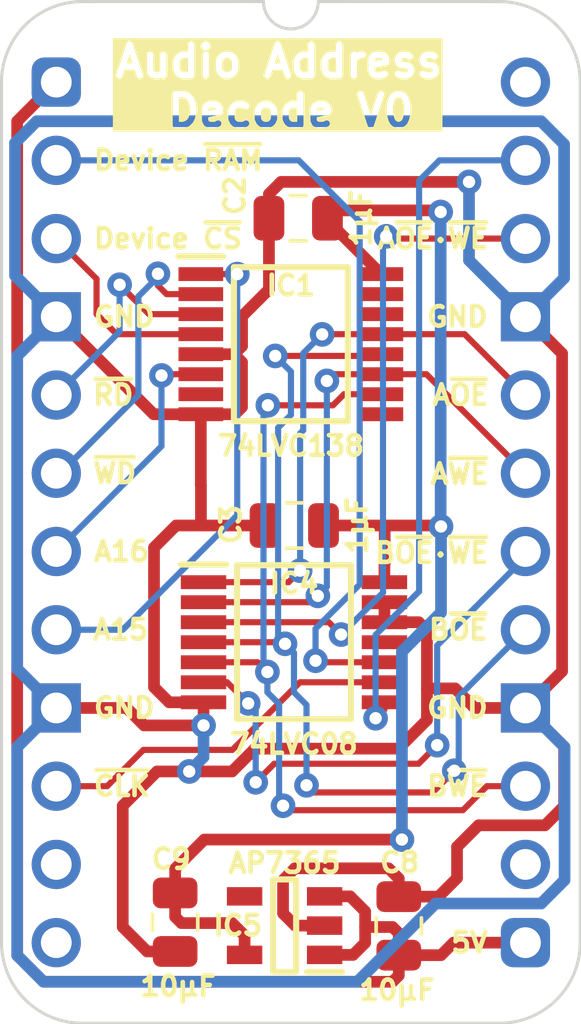
<source format=kicad_pcb>
(kicad_pcb (version 20241229) (generator "pcbnew") (generator_version "9.0")
  (title_block (title "Audio Address Decode") (date "2025-01-30") (rev "V0"))
  (layers (0 "F.Cu" signal) (2 "B.Cu" signal) (5 "F.SilkS" user "F.Silkscreen") (7 "B.SilkS" user "B.Silkscreen") (1 "F.Mask" user) (3 "B.Mask" user) (25 "Edge.Cuts" user))
  (net 0 "")
  (net 1 "/5V")
  (net 2 "/GND")
  (net 3 "/3.3V")
  (net 5 "/~{CLK}")
  (net 6 "/Device ~{CS}")
  (net 7 "/A16")
  (net 8 "/~{WD}")
  (net 9 "/~{RD}")
  (net 10 "/A15")
  (net 13 "/CPU B ~{WE}")
  (net 14 "/CPU A ~{WE}")
  (net 15 "/CPU B ~{OE}")
  (net 16 "/CPU A ~{OE}")
  (net 19 "/CPU A ~{OE}·~{WE}")
  (net 20 "/CPU B ~{OE}·~{WE}")
  (net 21 "/Sound Address")
  (net 22 "/~{Device RAM}")
  (footprint "SamacSys_Parts:SOP65P640X110-14N" (layer "F.Cu") (at 7.7216 18.1864)
    (property "Reference" "IC4" (at 0 -1.905 0) (layer "F.SilkS") (effects (font (size 0.635 0.635))))
    (property "Value" "74LVC08APW,112" (hide yes))
    (fp_line (start -3.675 -2.525) (end -2.2 -2.525) (stroke (width 0.2)) (layer "F.SilkS"))
    (fp_line (start -1.85 -2.5) (end 1.85 -2.5) (stroke (width 0.2)) (layer "F.SilkS"))
    (fp_line (start -1.85 2.5) (end -1.85 -2.5) (stroke (width 0.2)) (layer "F.SilkS"))
    (fp_line (start 1.85 -2.5) (end 1.85 2.5) (stroke (width 0.2)) (layer "F.SilkS"))
    (fp_line (start 1.85 2.5) (end -1.85 2.5) (stroke (width 0.2)) (layer "F.SilkS"))
    (fp_text user "${Silkscreen}" (at 0 3.302 0) (layer "F.SilkS") (effects (font (size 0.635 0.635))))
    (pad "1" smd rect (at -2.938 -1.95 90) (size 0.45 1.475) (layers "F.Cu" "F.Mask" "F.Paste") (net 16 "/CPU A ~{OE}"))
    (pad "2" smd rect (at -2.938 -1.3 90) (size 0.45 1.475) (layers "F.Cu" "F.Mask" "F.Paste") (net 14 "/CPU A ~{WE}"))
    (pad "3" smd rect (at -2.938 -0.65 90) (size 0.45 1.475) (layers "F.Cu" "F.Mask" "F.Paste") (net 19 "/CPU A ~{OE}·~{WE}"))
    (pad "4" smd rect (at -2.938 0 90) (size 0.45 1.475) (layers "F.Cu" "F.Mask" "F.Paste") (net 15 "/CPU B ~{OE}"))
    (pad "5" smd rect (at -2.938 0.65 90) (size 0.45 1.475) (layers "F.Cu" "F.Mask" "F.Paste") (net 13 "/CPU B ~{WE}"))
    (pad "6" smd rect (at -2.938 1.3 90) (size 0.45 1.475) (layers "F.Cu" "F.Mask" "F.Paste") (net 20 "/CPU B ~{OE}·~{WE}"))
    (pad "7" smd rect (at -2.938 1.95 90) (size 0.45 1.475) (layers "F.Cu" "F.Mask" "F.Paste") (net 2 "/GND"))
    (pad "8" smd rect (at 2.938 1.95 90) (size 0.45 1.475) (layers "F.Cu" "F.Mask" "F.Paste") (net 21 "/Sound Address"))
    (pad "9" smd rect (at 2.938 1.3 90) (size 0.45 1.475) (layers "F.Cu" "F.Mask" "F.Paste") (net 5 "/~{CLK}"))
    (pad "10" smd rect (at 2.938 0.65 90) (size 0.45 1.475) (layers "F.Cu" "F.Mask" "F.Paste") (net 22 "/~{Device RAM}"))
    (pad "11" smd rect (at 2.938 0 90) (size 0.45 1.475) (layers "F.Cu" "F.Mask" "F.Paste"))
    (pad "12" smd rect (at 2.938 -0.65 90) (size 0.45 1.475) (layers "F.Cu" "F.Mask" "F.Paste") (net 2 "/GND"))
    (pad "13" smd rect (at 2.938 -1.3 90) (size 0.45 1.475) (layers "F.Cu" "F.Mask" "F.Paste") (net 2 "/GND"))
    (pad "14" smd rect (at 2.938 -1.95 90) (size 0.45 1.475) (layers "F.Cu" "F.Mask" "F.Paste") (net 3 "/3.3V"))
  )
  (footprint "SamacSys_Parts:C_0805" (layer "F.Cu") (at 11.1252 27.4124)
    (property "Reference" "C8" (at 0.027 -2.075 180) (layer "F.SilkS") (effects (font (size 0.635 0.635))))
    (property "Value" "10µF" (at -0.0554 2.0726 0) (layer "F.SilkS") (effects (font (size 0.635 0.635))))
    (fp_line (start -0.735 0.245252) (end -0.735 -0.277252) (stroke (width 0.12)) (layer "F.SilkS"))
    (fp_line (start 0.735 0.245252) (end 0.735 -0.277252) (stroke (width 0.12)) (layer "F.SilkS"))
    (pad "1" smd roundrect (at 0 0.934 90) (size 1 1.45) (layers "F.Cu" "F.Mask" "F.Paste") (net 1 "/5V"))
    (pad "2" smd roundrect (at 0 -0.966 90) (size 1 1.45) (layers "F.Cu" "F.Mask" "F.Paste") (net 2 "/GND"))
  )
  (footprint "SamacSys_Parts:C_0805" (layer "F.Cu") (at 7.747 14.396 90)
    (property "Reference" "C3" (at 0.027 -2.075 90) (layer "F.SilkS") (effects (font (size 0.635 0.635))))
    (property "Value" "1μF" (at 0 2.032 90) (layer "F.SilkS") (effects (font (size 0.635 0.635))))
    (fp_line (start 0.735 0.245252) (end 0.735 -0.277252) (stroke (width 0.12)) (layer "F.SilkS"))
    (fp_line (start -0.735 0.245252) (end -0.735 -0.277252) (stroke (width 0.12)) (layer "F.SilkS"))
    (pad "1" smd roundrect (at 0 0.934 180) (size 1 1.45) (layers "F.Cu" "F.Mask" "F.Paste") (net 3 "/3.3V"))
    (pad "2" smd roundrect (at 0 -0.966 180) (size 1 1.45) (layers "F.Cu" "F.Mask" "F.Paste") (net 2 "/GND"))
  )
  (footprint "SamacSys_Parts:C_0805" (layer "F.Cu") (at 7.874 4.4196 90)
    (property "Reference" "C2" (at 0.7366 -2.075 90) (layer "F.SilkS") (effects (font (size 0.635 0.635))))
    (property "Value" "1μF" (at 0 2.032 90) (layer "F.SilkS") (effects (font (size 0.635 0.635))))
    (fp_line (start 0.735 0.245252) (end 0.735 -0.277252) (stroke (width 0.12)) (layer "F.SilkS"))
    (fp_line (start -0.735 0.245252) (end -0.735 -0.277252) (stroke (width 0.12)) (layer "F.SilkS"))
    (pad "1" smd roundrect (at 0 0.934 180) (size 1 1.45) (layers "F.Cu" "F.Mask" "F.Paste") (net 3 "/3.3V"))
    (pad "2" smd roundrect (at 0 -0.966 180) (size 1 1.45) (layers "F.Cu" "F.Mask" "F.Paste") (net 2 "/GND"))
  )
  (footprint "SamacSys_Parts:SOP65P640X110-16N" (layer "F.Cu") (at 7.62 8.509)
    (property "Reference" "IC1" (at 0 -1.905 0) (layer "F.SilkS") (effects (font (size 0.635 0.635))))
    (property "Value" "74LVC138APW-Q100J" (hide yes))
    (fp_line (start -3.65 -2.85) (end -2.2 -2.85) (stroke (width 0.2)) (layer "F.SilkS"))
    (fp_line (start -1.85 -2.5) (end 1.85 -2.5) (stroke (width 0.2)) (layer "F.SilkS"))
    (fp_line (start -1.85 2.5) (end -1.85 -2.5) (stroke (width 0.2)) (layer "F.SilkS"))
    (fp_line (start 1.85 -2.5) (end 1.85 2.5) (stroke (width 0.2)) (layer "F.SilkS"))
    (fp_line (start 1.85 2.5) (end -1.85 2.5) (stroke (width 0.2)) (layer "F.SilkS"))
    (fp_text user "${Silkscreen}" (at 0 3.302 0) (layer "F.SilkS") (effects (font (size 0.635 0.635))))
    (pad "1" smd rect (at -2.925 -2.275 90) (size 0.45 1.45) (layers "F.Cu" "F.Mask" "F.Paste") (net 10 "/A15"))
    (pad "2" smd rect (at -2.925 -1.625 90) (size 0.45 1.45) (layers "F.Cu" "F.Mask" "F.Paste") (net 8 "/~{WD}"))
    (pad "3" smd rect (at -2.925 -0.975 90) (size 0.45 1.45) (layers "F.Cu" "F.Mask" "F.Paste") (net 9 "/~{RD}"))
    (pad "4" smd rect (at -2.925 -0.325 90) (size 0.45 1.45) (layers "F.Cu" "F.Mask" "F.Paste") (net 6 "/Device ~{CS}"))
    (pad "5" smd rect (at -2.925 0.325 90) (size 0.45 1.45) (layers "F.Cu" "F.Mask" "F.Paste") (net 2 "/GND"))
    (pad "6" smd rect (at -2.925 0.975 90) (size 0.45 1.45) (layers "F.Cu" "F.Mask" "F.Paste") (net 7 "/A16"))
    (pad "7" smd rect (at -2.925 1.625 90) (size 0.45 1.45) (layers "F.Cu" "F.Mask" "F.Paste"))
    (pad "8" smd rect (at -2.925 2.275 90) (size 0.45 1.45) (layers "F.Cu" "F.Mask" "F.Paste") (net 2 "/GND"))
    (pad "9" smd rect (at 2.925 2.275 90) (size 0.45 1.45) (layers "F.Cu" "F.Mask" "F.Paste"))
    (pad "10" smd rect (at 2.925 1.625 90) (size 0.45 1.45) (layers "F.Cu" "F.Mask" "F.Paste") (net 13 "/CPU B ~{WE}"))
    (pad "11" smd rect (at 2.925 0.975 90) (size 0.45 1.45) (layers "F.Cu" "F.Mask" "F.Paste") (net 14 "/CPU A ~{WE}"))
    (pad "12" smd rect (at 2.925 0.325 90) (size 0.45 1.45) (layers "F.Cu" "F.Mask" "F.Paste") (net 15 "/CPU B ~{OE}"))
    (pad "13" smd rect (at 2.925 -0.325 90) (size 0.45 1.45) (layers "F.Cu" "F.Mask" "F.Paste") (net 16 "/CPU A ~{OE}"))
    (pad "14" smd rect (at 2.925 -0.975 90) (size 0.45 1.45) (layers "F.Cu" "F.Mask" "F.Paste"))
    (pad "15" smd rect (at 2.925 -1.625 90) (size 0.45 1.45) (layers "F.Cu" "F.Mask" "F.Paste"))
    (pad "16" smd rect (at 2.925 -2.275 90) (size 0.45 1.45) (layers "F.Cu" "F.Mask" "F.Paste") (net 3 "/3.3V"))
  )
  (footprint "SamacSys_Parts:C_0805" (layer "F.Cu") (at 3.8608 27.26 180)
    (property "Reference" "C9" (at 0.127 2.032 0) (layer "F.SilkS") (effects (font (size 0.635 0.635))))
    (property "Value" "10µF" (at -0.097 -2.098 0) (layer "F.SilkS") (effects (font (size 0.635 0.635))))
    (fp_line (start 0.735 0.245252) (end 0.735 -0.277252) (stroke (width 0.12)) (layer "F.SilkS"))
    (fp_line (start -0.735 0.245252) (end -0.735 -0.277252) (stroke (width 0.12)) (layer "F.SilkS"))
    (pad "1" smd roundrect (at 0 0.934 270) (size 1 1.45) (layers "F.Cu" "F.Mask" "F.Paste") (net 3 "/3.3V"))
    (pad "2" smd roundrect (at 0 -0.966 270) (size 1 1.45) (layers "F.Cu" "F.Mask" "F.Paste") (net 2 "/GND"))
  )
  (footprint "SamacSys_Parts:SOT95P285X130-5N" (layer "F.Cu") (at 7.4168 27.387 180)
    (property "Reference" "IC5" (at 1.524 0 180) (layer "F.SilkS") (effects (font (size 0.635 0.635))))
    (property "Value" "AP7365-33WG-7" (hide yes))
    (fp_line (start 0.375 1.5) (end -0.375 1.5) (stroke (width 0.2)) (layer "F.SilkS"))
    (fp_line (start 0.375 -1.5) (end 0.375 1.5) (stroke (width 0.2)) (layer "F.SilkS"))
    (fp_line (start -0.375 1.5) (end -0.375 -1.5) (stroke (width 0.2)) (layer "F.SilkS"))
    (fp_line (start -0.375 -1.5) (end 0.375 -1.5) (stroke (width 0.2)) (layer "F.SilkS"))
    (fp_line (start -1.875 -1.5) (end -0.725 -1.5) (stroke (width 0.2)) (layer "F.SilkS"))
    (fp_text user "${Silkscreen}" (at 0 2.032 180) (layer "F.SilkS") (effects (font (size 0.635 0.635))))
    (pad "1" smd rect (at -1.3 -0.95 270) (size 0.6 1.15) (layers "F.Cu" "F.Mask" "F.Paste") (net 1 "/5V"))
    (pad "2" smd rect (at -1.3 0 270) (size 0.6 1.15) (layers "F.Cu" "F.Mask" "F.Paste") (net 2 "/GND"))
    (pad "3" smd rect (at -1.3 0.95 270) (size 0.6 1.15) (layers "F.Cu" "F.Mask" "F.Paste") (net 1 "/5V"))
    (pad "4" smd rect (at 1.3 0.95 270) (size 0.6 1.15) (layers "F.Cu" "F.Mask" "F.Paste"))
    (pad "5" smd rect (at 1.3 -0.95 270) (size 0.6 1.15) (layers "F.Cu" "F.Mask" "F.Paste") (net 3 "/3.3V"))
  )
  (footprint "SamacSys_Parts:DIP-24_Board_W15.24mm" (layer "F.Cu") (at 0 0)
    (property "Reference" "J1" (hide yes))
    (property "Value" "Conn_02x12_Counter_Clockwise" (hide yes))
    (fp_line (start -1.778 27.94) (end -1.778 0) (stroke (width 0.1)) (layer "Edge.Cuts"))
    (fp_line (start 6.731 -2.6162) (end 0.835732 -2.613732) (stroke (width 0.1)) (layer "Edge.Cuts"))
    (fp_line (start 14.404267 -2.613733) (end 8.509 -2.6162) (stroke (width 0.1)) (layer "Edge.Cuts"))
    (fp_line (start 14.404268 30.553732) (end 0.835733 30.553733) (stroke (width 0.1)) (layer "Edge.Cuts"))
    (fp_line (start 17.018 27.94) (end 17.017999 -0.000001) (stroke (width 0.1)) (layer "Edge.Cuts"))
    (fp_arc (start -1.778 0) (mid -1.012456 -1.848188) (end 0.835732 -2.613732) (stroke (width 0.1)) (layer "Edge.Cuts"))
    (fp_arc (start 0.835733 30.553733) (mid -1.012457 29.78819) (end -1.778 27.94) (stroke (width 0.1)) (layer "Edge.Cuts"))
    (fp_arc (start 8.509 -2.6162) (mid 7.62 -1.7272) (end 6.731 -2.6162) (stroke (width 0.1)) (layer "Edge.Cuts"))
    (fp_arc (start 14.404267 -2.613733) (mid 16.252453 -1.848189) (end 17.017999 -0.000001) (stroke (width 0.1)) (layer "Edge.Cuts"))
    (fp_arc (start 17.018 27.94) (mid 16.252456 29.788187) (end 14.404268 30.553732) (stroke (width 0.1)) (layer "Edge.Cuts"))
    (pad "1" thru_hole roundrect (at 0 0) (size 1.6 1.6) (drill 1) (layers "*.Cu" "*.Mask") (net 1 "/5V"))
    (pad "2" thru_hole oval (at 0 2.54) (size 1.6 1.6) (drill 1) (layers "*.Cu" "*.Mask") (net 22 "/~{Device RAM}"))
    (pad "3" thru_hole oval (at 0 5.08) (size 1.6 1.6) (drill 1) (layers "*.Cu" "*.Mask") (net 6 "/Device ~{CS}"))
    (pad "4" thru_hole rect (at 0 7.62) (size 1.6 1.6) (drill 1) (layers "*.Cu" "*.Mask") (net 2 "/GND"))
    (pad "5" thru_hole oval (at 0 10.16) (size 1.6 1.6) (drill 1) (layers "*.Cu" "*.Mask") (net 9 "/~{RD}"))
    (pad "6" thru_hole oval (at 0 12.7) (size 1.6 1.6) (drill 1) (layers "*.Cu" "*.Mask") (net 8 "/~{WD}"))
    (pad "7" thru_hole oval (at 0 15.24) (size 1.6 1.6) (drill 1) (layers "*.Cu" "*.Mask") (net 7 "/A16"))
    (pad "8" thru_hole oval (at 0 17.78) (size 1.6 1.6) (drill 1) (layers "*.Cu" "*.Mask") (net 10 "/A15"))
    (pad "9" thru_hole rect (at 0 20.32) (size 1.6 1.6) (drill 1) (layers "*.Cu" "*.Mask") (net 2 "/GND"))
    (pad "10" thru_hole oval (at 0 22.86) (size 1.6 1.6) (drill 1) (layers "*.Cu" "*.Mask") (net 5 "/~{CLK}"))
    (pad "11" thru_hole oval (at 0 25.4) (size 1.6 1.6) (drill 1) (layers "*.Cu" "*.Mask"))
    (pad "12" thru_hole oval (at 0 27.94) (size 1.6 1.6) (drill 1) (layers "*.Cu" "*.Mask"))
    (pad "13" thru_hole roundrect (at 15.24 27.94) (size 1.6 1.6) (drill 1) (layers "*.Cu" "*.Mask") (net 1 "/5V"))
    (pad "14" thru_hole oval (at 15.24 25.4) (size 1.6 1.6) (drill 1) (layers "*.Cu" "*.Mask"))
    (pad "15" thru_hole oval (at 15.24 22.86) (size 1.6 1.6) (drill 1) (layers "*.Cu" "*.Mask") (net 13 "/CPU B ~{WE}"))
    (pad "16" thru_hole rect (at 15.24 20.32) (size 1.6 1.6) (drill 1) (layers "*.Cu" "*.Mask") (net 2 "/GND"))
    (pad "17" thru_hole oval (at 15.24 17.78 180) (size 1.6 1.6) (drill 1) (layers "*.Cu" "*.Mask") (net 15 "/CPU B ~{OE}"))
    (pad "18" thru_hole oval (at 15.24 15.24 180) (size 1.6 1.6) (drill 1) (layers "*.Cu" "*.Mask") (net 20 "/CPU B ~{OE}·~{WE}"))
    (pad "19" thru_hole oval (at 15.24 12.7 180) (size 1.6 1.6) (drill 1) (layers "*.Cu" "*.Mask") (net 14 "/CPU A ~{WE}"))
    (pad "20" thru_hole oval (at 15.24 10.16 180) (size 1.6 1.6) (drill 1) (layers "*.Cu" "*.Mask") (net 16 "/CPU A ~{OE}"))
    (pad "21" thru_hole rect (at 15.24 7.62) (size 1.6 1.6) (drill 1) (layers "*.Cu" "*.Mask") (net 2 "/GND"))
    (pad "22" thru_hole oval (at 15.24 5.08) (size 1.6 1.6) (drill 1) (layers "*.Cu" "*.Mask") (net 19 "/CPU A ~{OE}·~{WE}"))
    (pad "23" thru_hole oval (at 15.24 2.54) (size 1.6 1.6) (drill 1) (layers "*.Cu" "*.Mask") (net 21 "/Sound Address"))
    (pad "24" thru_hole oval (at 15.24 0) (size 1.6 1.6) (drill 1) (layers "*.Cu" "*.Mask"))
  )
  (footprint "SamacSys_Parts:PinHeader_1x12_P2.54mm_Vertical" (layer "B.Cu") (at 0 0 180)
    (property "Reference" "J2" (hide yes))
    (property "Value" "Pin_Header_01x12")
  )
  (footprint "SamacSys_Parts:PinHeader_1x12_P2.54mm_Vertical" (layer "B.Cu") (at 15.24 0 180)
    (property "Reference" "J3" (hide yes))
    (property "Value" "Pin_Header_01x12")
  )
  (gr_text "B~{WE}" (at 14.097 22.86 0) (layer "F.SilkS") (effects (font (size 0.635 0.635)) (justify right)))
  (gr_text "5V" (at 14.097 27.94 0) (layer "F.SilkS") (effects (font (size 0.635 0.635)) (justify right)))
  (gr_text "GND" (at 14.097 7.62 0) (layer "F.SilkS") (effects (font (size 0.635 0.635)) (justify right)))
  (gr_text "A~{OE}·~{WE}" (at 14.1224 5.08 0) (layer "F.SilkS") (effects (font (size 0.635 0.635)) (justify right)))
  (gr_text "GND" (at 1.143 20.32 0) (layer "F.SilkS") (effects (font (size 0.635 0.635)) (justify left)))
  (gr_text "Device ~{RAM}" (at 1.143 2.54 0) (layer "F.SilkS") (effects (font (size 0.635 0.635)) (justify left)))
  (gr_text "~{CLK}" (at 1.143 22.86 0) (layer "F.SilkS") (effects (font (size 0.635 0.635)) (justify left)))
  (gr_text "A15" (at 1.1176 17.78 0) (layer "F.SilkS") (effects (font (size 0.635 0.635)) (justify left)))
  (gr_text "~{WD}" (at 1.1176 12.7 0) (layer "F.SilkS") (effects (font (size 0.635 0.635)) (justify left)))
  (gr_text "A~{OE}" (at 14.1224 10.16 0) (layer "F.SilkS") (effects (font (size 0.635 0.635)) (justify right)))
  (gr_text "B~{OE}·~{WE}" (at 14.1224 15.2908 0) (layer "F.SilkS") (effects (font (size 0.635 0.635)) (justify right)))
  (gr_text "Device ~{CS}" (at 1.143 5.08 0) (layer "F.SilkS") (effects (font (size 0.635 0.635)) (justify left)))
  (gr_text "B~{OE}" (at 14.097 17.78 0) (layer "F.SilkS") (effects (font (size 0.635 0.635)) (justify right)))
  (gr_text "GND" (at 1.143 7.62 0) (layer "F.SilkS") (effects (font (size 0.635 0.635)) (justify left)))
  (gr_text "Audio Address \nDecode V0" (at 7.62 1.524 0) (layer "F.SilkS" knockout) (effects (font (size 1 1) (thickness 0.2) (bold yes)) (justify bottom)))
  (gr_text "A~{WE}" (at 14.1224 12.7254 0) (layer "F.SilkS") (effects (font (size 0.635 0.635)) (justify right)))
  (gr_text "GND" (at 14.097 20.32 0) (layer "F.SilkS") (effects (font (size 0.635 0.635)) (justify right)))
  (gr_text "~{RD}" (at 1.1176 10.16 0) (layer "F.SilkS") (effects (font (size 0.635 0.635)) (justify left)))
  (gr_text "A16" (at 1.143 15.24 0) (layer "F.SilkS") (effects (font (size 0.635 0.635)) (justify left)))
  (segment (start 11.1252 28.3464) (end 11.1252 29.0068) (width 0.38) (layer "F.Cu") (net 1))
  (segment (start -0.412915 29.21) (end -1.27 28.352915) (width 0.38) (layer "F.Cu") (net 1))
  (segment (start 10.033 27.9458) (end 10.033 27.432) (width 0.38) (layer "F.Cu") (net 1))
  (segment (start -1.27 1.27) (end 0 0) (width 0.38) (layer "F.Cu") (net 1))
  (segment (start 8.7168 26.437) (end 9.546 26.437) (width 0.38) (layer "F.Cu") (net 1))
  (segment (start 10.033 27.432) (end 10.922 27.432) (width 0.38) (layer "F.Cu") (net 1))
  (segment (start -1.27 28.352915) (end -1.27 1.27) (width 0.38) (layer "F.Cu") (net 1))
  (segment (start 9.546 26.437) (end 10.033 26.924) (width 0.38) (layer "F.Cu") (net 1))
  (segment (start 10.922 27.432) (end 11.1252 27.6352) (width 0.38) (layer "F.Cu") (net 1))
  (segment (start 12.4968 28.3464) (end 12.9032 27.94) (width 0.38) (layer "F.Cu") (net 1))
  (segment (start 10.033 27.9458) (end 9.6418 28.337) (width 0.38) (layer "F.Cu") (net 1))
  (segment (start 11.1252 29.0068) (end 10.922 29.21) (width 0.38) (layer "F.Cu") (net 1))
  (segment (start 11.1252 28.3464) (end 12.4968 28.3464) (width 0.38) (layer "F.Cu") (net 1))
  (segment (start 10.033 26.924) (end 10.033 27.432) (width 0.38) (layer "F.Cu") (net 1))
  (segment (start 11.1252 27.6352) (end 11.1252 28.3464) (width 0.38) (layer "F.Cu") (net 1))
  (segment (start 9.6418 28.337) (end 8.7168 28.337) (width 0.38) (layer "F.Cu") (net 1))
  (segment (start 12.9032 27.94) (end 15.24 27.94) (width 0.38) (layer "F.Cu") (net 1))
  (segment (start 10.922 29.21) (end -0.412915 29.21) (width 0.38) (layer "F.Cu") (net 1))
  (segment (start 4.699 14.396) (end 4.699 13.081) (width 0.38) (layer "F.Cu") (net 2))
  (segment (start 4.7836 20.887192) (end 4.783596 20.887196) (width 0.38) (layer "F.Cu") (net 2))
  (segment (start 3.272394 22.381606) (end 4.318 22.381606) (width 0.38) (layer "F.Cu") (net 2))
  (segment (start 6.0325 10.5515) (end 5.8 10.784) (width 0.38) (layer "F.Cu") (net 2))
  (segment (start 11.7771 17.5364) (end 12.0396 17.7989) (width 0.38) (layer "F.Cu") (net 2))
  (segment (start 10.6596 17.5364) (end 11.7771 17.5364) (width 0.38) (layer "F.Cu") (net 2))
  (segment (start 6.908 4.4196) (end 6.908 3.633) (width 0.38) (layer "F.Cu") (net 2))
  (segment (start 16.495333 23.509667) (end 15.875 24.13) (width 0.38) (layer "F.Cu") (net 2))
  (segment (start 7.7618 27.387) (end 7.366 26.9912) (width 0.38) (layer "F.Cu") (net 2))
  (segment (start 12.0396 19.685) (end 12.0396 20.7137) (width 0.38) (layer "F.Cu") (net 2))
  (segment (start 6.0345 8.5745) (end 6.0345 7.6045) (width 0.38) (layer "F.Cu") (net 2))
  (segment (start 2.159 23.495) (end 3.272394 22.381606) (width 0.38) (layer "F.Cu") (net 2))
  (segment (start 5.711617 22.381606) (end 4.318 22.381606) (width 0.38) (layer "F.Cu") (net 2))
  (segment (start 13.589 20.32) (end 12.954 19.685) (width 0.38) (layer "F.Cu") (net 2))
  (segment (start 16.43 8.81) (end 16.43 19.13) (width 0.38) (layer "F.Cu") (net 2))
  (segment (start 15.24 20.32) (end 16.495333 21.575333) (width 0.38) (layer "F.Cu") (net 2))
  (segment (start 2.953 28.226) (end 2.159 27.432) (width 0.38) (layer "F.Cu") (net 2))
  (segment (start 6.452423 21.6408) (end 5.711617 22.381606) (width 0.38) (layer "F.Cu") (net 2))
  (segment (start 6.908 3.633) (end 7.301 3.24) (width 0.38) (layer "F.Cu") (net 2))
  (segment (start 3.175 19.6453) (end 3.175 15.113) (width 0.38) (layer "F.Cu") (net 2))
  (segment (start 11.1125 21.6408) (end 6.452423 21.6408) (width 0.38) (layer "F.Cu") (net 2))
  (segment (start 8.7168 27.387) (end 7.7618 27.387) (width 0.38) (layer "F.Cu") (net 2))
  (segment (start 12.954 19.685) (end 12.0396 19.685) (width 0.38) (layer "F.Cu") (net 2))
  (segment (start 3.175 15.113) (end 3.892 14.396) (width 0.38) (layer "F.Cu") (net 2))
  (segment (start 6.908 6.731) (end 6.908 4.4196) (width 0.38) (layer "F.Cu") (net 2))
  (segment (start 15.24 7.62) (end 16.43 8.81) (width 0.38) (layer "F.Cu") (net 2))
  (segment (start 16.43 19.13) (end 15.24 20.32) (width 0.38) (layer "F.Cu") (net 2))
  (segment (start 12.0396 17.7989) (end 12.0396 19.685) (width 0.38) (layer "F.Cu") (net 2))
  (segment (start 6.0325 9.0915) (end 6.0325 10.5515) (width 0.38) (layer "F.Cu") (net 2))
  (segment (start 3.892 14.396) (end 4.699 14.396) (width 0.38) (layer "F.Cu") (net 2))
  (segment (start 4.7836 20.1364) (end 4.7836 20.887192) (width 0.38) (layer "F.Cu") (net 2))
  (segment (start 3.8608 28.226) (end 2.953 28.226) (width 0.38) (layer "F.Cu") (net 2))
  (segment (start 0 7.62) (end 3.164 10.784) (width 0.38) (layer "F.Cu") (net 2))
  (segment (start 0 20.32) (end 2.286 20.32) (width 0.38) (layer "F.Cu") (net 2))
  (segment (start 10.6596 16.8864) (end 10.6596 17.5364) (width 0.38) (layer "F.Cu") (net 2))
  (segment (start 13.0175 25.8445) (end 12.4156 26.4464) (width 0.38) (layer "F.Cu") (net 2))
  (segment (start 15.24 20.32) (end 13.589 20.32) (width 0.38) (layer "F.Cu") (net 2))
  (segment (start 7.366 26.9912) (end 7.366 25.908) (width 0.38) (layer "F.Cu") (net 2))
  (segment (start 4.695 13.077) (end 4.695 10.784) (width 0.38) (layer "F.Cu") (net 2))
  (segment (start 10.795 25.527) (end 11.1252 25.8572) (width 0.38) (layer "F.Cu") (net 2))
  (segment (start 2.853196 20.887196) (end 2.286 20.32) (width 0.38) (layer "F.Cu") (net 2))
  (segment (start 7.301 3.24) (end 13.406703 3.24) (width 0.38) (layer "F.Cu") (net 2))
  (segment (start 16.495333 21.575333) (end 16.495333 23.509667) (width 0.38) (layer "F.Cu") (net 2))
  (segment (start 4.699 14.396) (end 6.781 14.396) (width 0.38) (layer "F.Cu") (net 2))
  (segment (start 5.775 8.834) (end 6.0345 8.5745) (width 0.38) (layer "F.Cu") (net 2))
  (segment (start 3.164 10.784) (end 4.695 10.784) (width 0.38) (layer "F.Cu") (net 2))
  (segment (start 5.775 8.834) (end 6.0325 9.0915) (width 0.38) (layer "F.Cu") (net 2))
  (segment (start 6.0345 7.6045) (end 6.908 6.731) (width 0.38) (layer "F.Cu") (net 2))
  (segment (start 4.695 8.834) (end 5.775 8.834) (width 0.38) (layer "F.Cu") (net 2))
  (segment (start 4.7836 20.1364) (end 3.6661 20.1364) (width 0.38) (layer "F.Cu") (net 2))
  (segment (start 7.366 25.908) (end 7.747 25.527) (width 0.38) (layer "F.Cu") (net 2))
  (segment (start 11.1252 25.8572) (end 11.1252 26.4464) (width 0.38) (layer "F.Cu") (net 2))
  (segment (start 3.6661 20.1364) (end 3.175 19.6453) (width 0.38) (layer "F.Cu") (net 2))
  (segment (start 4.699 13.081) (end 4.695 13.077) (width 0.38) (layer "F.Cu") (net 2))
  (segment (start 7.747 25.527) (end 10.795 25.527) (width 0.38) (layer "F.Cu") (net 2))
  (segment (start 4.783596 20.887196) (end 2.853196 20.887196) (width 0.38) (layer "F.Cu") (net 2))
  (segment (start 2.159 27.432) (end 2.159 23.495) (width 0.38) (layer "F.Cu") (net 2))
  (segment (start 12.0396 20.7137) (end 11.1125 21.6408) (width 0.38) (layer "F.Cu") (net 2))
  (segment (start 13.716 24.13) (end 13.0175 24.8285) (width 0.38) (layer "F.Cu") (net 2))
  (segment (start 5.8 10.784) (end 4.695 10.784) (width 0.38) (layer "F.Cu") (net 2))
  (segment (start 12.4156 26.4464) (end 11.1252 26.4464) (width 0.38) (layer "F.Cu") (net 2))
  (segment (start 13.0175 24.8285) (end 13.0175 25.8445) (width 0.38) (layer "F.Cu") (net 2))
  (segment (start 15.875 24.13) (end 13.716 24.13) (width 0.38) (layer "F.Cu") (net 2))
  (via (at 4.783596 20.887196) (size 0.8) (drill 0.4) (layers "F.Cu" "B.Cu") (net 2))
  (via (at 13.406703 3.24) (size 0.8) (drill 0.4) (layers "F.Cu" "B.Cu") (net 2))
  (via (at 4.318 22.381606) (size 0.8) (drill 0.4) (layers "F.Cu" "B.Cu") (net 2))
  (segment (start 15.24 20.32) (end 16.51 21.59) (width 0.38) (layer "B.Cu") (net 2))
  (segment (start -1.338 1.973) (end -0.635 1.27) (width 0.38) (layer "B.Cu") (net 2))
  (segment (start 12.319 26.67) (end 9.779 29.21) (width 0.38) (layer "B.Cu") (net 2))
  (segment (start 0 20.32) (end -1.27 19.05) (width 0.38) (layer "B.Cu") (net 2))
  (segment (start 9.779 29.21) (end -0.412915 29.21) (width 0.38) (layer "B.Cu") (net 2))
  (segment (start 4.783596 21.91601) (end 4.318 22.381606) (width 0.38) (layer "B.Cu") (net 2))
  (segment (start 16.495332 6.364668) (end 15.24 7.62) (width 0.38) (layer "B.Cu") (net 2))
  (segment (start -1.27 19.05) (end -1.27 8.89) (width 0.38) (layer "B.Cu") (net 2))
  (segment (start -0.635 1.27) (end 15.748 1.27) (width 0.38) (layer "B.Cu") (net 2))
  (segment (start 16.495332 2.017332) (end 16.495332 6.364668) (width 0.38) (layer "B.Cu") (net 2))
  (segment (start -1.27 21.59) (end 0 20.32) (width 0.38) (layer "B.Cu") (net 2))
  (segment (start 16.51 21.59) (end 16.51 25.908) (width 0.38) (layer "B.Cu") (net 2))
  (segment (start -0.412915 29.21) (end -1.27 28.352915) (width 0.38) (layer "B.Cu") (net 2))
  (segment (start 0 7.62) (end -1.338 6.282) (width 0.38) (layer "B.Cu") (net 2))
  (segment (start 16.51 25.908) (end 15.748 26.67) (width 0.38) (layer "B.Cu") (net 2))
  (segment (start -1.27 8.89) (end 0 7.62) (width 0.38) (layer "B.Cu") (net 2))
  (segment (start -1.27 28.352915) (end -1.27 21.59) (width 0.38) (layer "B.Cu") (net 2))
  (segment (start 15.24 7.62) (end 13.406703 5.786703) (width 0.38) (layer "B.Cu") (net 2))
  (segment (start -1.338 6.282) (end -1.338 1.973) (width 0.38) (layer "B.Cu") (net 2))
  (segment (start 4.783596 20.887196) (end 4.783596 21.91601) (width 0.38) (layer "B.Cu") (net 2))
  (segment (start 13.406703 5.786703) (end 13.406703 3.24) (width 0.38) (layer "B.Cu") (net 2))
  (segment (start 15.748 1.27) (end 16.495332 2.017332) (width 0.38) (layer "B.Cu") (net 2))
  (segment (start 15.748 26.67) (end 12.319 26.67) (width 0.38) (layer "B.Cu") (net 2))
  (segment (start 12.4656 14.396) (end 12.4968 14.4272) (width 0.38) (layer "F.Cu") (net 3))
  (segment (start 9.062 4.1656) (end 12.4348 4.1656) (width 0.38) (layer "F.Cu") (net 3))
  (segment (start 10.545 6.227) (end 8.808 4.49) (width 0.38) (layer "F.Cu") (net 3))
  (segment (start 10.668 15.621) (end 10.6596 15.6294) (width 0.38) (layer "F.Cu") (net 3))
  (segment (start 4.064 27.305) (end 3.8608 27.1018) (width 0.38) (layer "F.Cu") (net 3))
  (segment (start 8.681 14.396) (end 10.668 14.396) (width 0.38) (layer "F.Cu") (net 3))
  (segment (start 3.8608 27.1018) (end 3.8608 26.326) (width 0.38) (layer "F.Cu") (net 3))
  (segment (start 10.464796 24.593) (end 4.8075 24.593) (width 0.38) (layer "F.Cu") (net 3))
  (segment (start 10.668 14.396) (end 10.668 15.621) (width 0.38) (layer "F.Cu") (net 3))
  (segment (start 4.8075 24.593) (end 3.8608 25.5397) (width 0.38) (layer "F.Cu") (net 3))
  (segment (start 10.464798 24.592998) (end 11.2268 24.592998) (width 0.38) (layer "F.Cu") (net 3))
  (segment (start 10.6596 15.6294) (end 10.6596 16.2364) (width 0.38) (layer "F.Cu") (net 3))
  (segment (start 12.4348 4.1656) (end 12.4856 4.2164) (width 0.38) (layer "F.Cu") (net 3))
  (segment (start 6.1168 28.337) (end 6.1168 27.7068) (width 0.38) (layer "F.Cu") (net 3))
  (segment (start 3.8608 25.5397) (end 3.8608 26.326) (width 0.38) (layer "F.Cu") (net 3))
  (segment (start 5.715 27.305) (end 4.064 27.305) (width 0.38) (layer "F.Cu") (net 3))
  (segment (start 6.1168 27.7068) (end 5.715 27.305) (width 0.38) (layer "F.Cu") (net 3))
  (segment (start 10.668 14.396) (end 12.4656 14.396) (width 0.38) (layer "F.Cu") (net 3))
  (via (at 12.4968 14.4272) (size 0.8) (drill 0.4) (layers "F.Cu" "B.Cu") (net 3))
  (via (at 12.4856 4.2164) (size 0.8) (drill 0.4) (layers "F.Cu" "B.Cu") (net 3))
  (via (at 11.2268 24.592998) (size 0.8) (drill 0.4) (layers "F.Cu" "B.Cu") (net 3))
  (segment (start 12.4968 17.2212) (end 11.2268 18.4912) (width 0.38) (layer "B.Cu") (net 3))
  (segment (start 12.4856 14.416) (end 12.4968 14.4272) (width 0.38) (layer "B.Cu") (net 3))
  (segment (start 12.4968 14.4272) (end 12.4968 17.2212) (width 0.38) (layer "B.Cu") (net 3))
  (segment (start 12.4856 4.2164) (end 12.4856 14.416) (width 0.38) (layer "B.Cu") (net 3))
  (segment (start 11.2268 18.4912) (end 11.2268 24.592998) (width 0.38) (layer "B.Cu") (net 3))
  (segment (start 1.651 22.86) (end 0 22.86) (width 0.2) (layer "F.Cu") (net 5))
  (segment (start 2.8294 21.6816) (end 1.651 22.86) (width 0.2) (layer "F.Cu") (net 5))
  (segment (start 10.6596 19.4864) (end 7.913858 19.4864) (width 0.2) (layer "F.Cu") (net 5))
  (segment (start 7.913858 19.4864) (end 5.718658 21.6816) (width 0.2) (layer "F.Cu") (net 5))
  (segment (start 5.718658 21.6816) (end 2.8294 21.6816) (width 0.2) (layer "F.Cu") (net 5))
  (segment (start 1.308425 7.531425) (end 1.961 8.184) (width 0.2) (layer "F.Cu") (net 6))
  (segment (start 1.961 8.184) (end 4.695 8.184) (width 0.2) (layer "F.Cu") (net 6))
  (segment (start 1.308425 6.388425) (end 1.308425 7.531425) (width 0.2) (layer "F.Cu") (net 6))
  (segment (start 0 5.08) (end 1.308425 6.388425) (width 0.2) (layer "F.Cu") (net 6))
  (segment (start 3.458 9.484) (end 3.417 9.525) (width 0.2) (layer "F.Cu") (net 7))
  (segment (start 4.695 9.484) (end 3.458 9.484) (width 0.2) (layer "F.Cu") (net 7))
  (via (at 3.417 9.525) (size 0.8) (drill 0.4) (layers "F.Cu" "B.Cu") (net 7))
  (segment (start 3.417 11.823) (end 3.417 9.525) (width 0.2) (layer "B.Cu") (net 7))
  (segment (start 0 15.24) (end 3.417 11.823) (width 0.2) (layer "B.Cu") (net 7))
  (segment (start 3.302 6.604) (end 3.302 6.223) (width 0.2) (layer "F.Cu") (net 8))
  (segment (start 3.582 6.884) (end 3.302 6.604) (width 0.2) (layer "F.Cu") (net 8))
  (segment (start 4.695 6.884) (end 3.582 6.884) (width 0.2) (layer "F.Cu") (net 8))
  (via (at 3.302 6.223) (size 0.8) (drill 0.4) (layers "F.Cu" "B.Cu") (net 8))
  (segment (start 3.302 6.32395) (end 3.302 6.223) (width 0.2) (layer "B.Cu") (net 8))
  (segment (start 0.127 12.7) (end 2.667 10.16) (width 0.2) (layer "B.Cu") (net 8))
  (segment (start 2.667 10.16) (end 2.667 6.95895) (width 0.2) (layer "B.Cu") (net 8))
  (segment (start 2.667 6.95895) (end 3.302 6.32395) (width 0.2) (layer "B.Cu") (net 8))
  (segment (start 4.695 7.534) (end 3.0128 7.534) (width 0.2) (layer "F.Cu") (net 9))
  (segment (start 3.0128 7.534) (end 2.0574 6.5786) (width 0.2) (layer "F.Cu") (net 9))
  (via (at 2.0574 6.5786) (size 0.8) (drill 0.4) (layers "F.Cu" "B.Cu") (net 9))
  (segment (start 2.0574 6.5786) (end 2.0574 8.1026) (width 0.2) (layer "B.Cu") (net 9))
  (segment (start 2.0574 8.1026) (end 0 10.16) (width 0.2) (layer "B.Cu") (net 9))
  (segment (start 4.695 6.234) (end 5.87841 6.234) (width 0.2) (layer "F.Cu") (net 10))
  (via (at 5.87841 6.234) (size 0.8) (drill 0.4) (layers "F.Cu" "B.Cu") (net 10))
  (segment (start 5.87841 14.06059) (end 5.87841 6.234) (width 0.2) (layer "B.Cu") (net 10))
  (segment (start 0 17.78) (end 2.159 17.78) (width 0.2) (layer "B.Cu") (net 10))
  (segment (start 2.159 17.78) (end 5.87841 14.06059) (width 0.2) (layer "B.Cu") (net 10))
  (segment (start 9.34585 10.134) (end 8.98665 10.4932) (width 0.2) (layer "F.Cu") (net 13))
  (segment (start 13.208 23.64) (end 7.511 23.64) (width 0.2) (layer "F.Cu") (net 13))
  (segment (start 6.5428 18.8364) (end 6.858 19.1516) (width 0.2) (layer "F.Cu") (net 13))
  (segment (start 13.988 22.86) (end 13.208 23.64) (width 0.2) (layer "F.Cu") (net 13))
  (segment (start 4.7836 18.8364) (end 6.5428 18.8364) (width 0.2) (layer "F.Cu") (net 13))
  (segment (start 15.24 22.86) (end 13.988 22.86) (width 0.2) (layer "F.Cu") (net 13))
  (segment (start 7.511 23.64) (end 7.366 23.495) (width 0.2) (layer "F.Cu") (net 13))
  (segment (start 8.98665 10.4932) (end 6.8725 10.4932) (width 0.2) (layer "F.Cu") (net 13))
  (segment (start 10.545 10.134) (end 9.34585 10.134) (width 0.2) (layer "F.Cu") (net 13))
  (via (at 6.858 19.1516) (size 0.8) (drill 0.4) (layers "F.Cu" "B.Cu") (net 13))
  (via (at 7.366 23.495) (size 0.8) (drill 0.4) (layers "F.Cu" "B.Cu") (net 13))
  (via (at 6.8725 10.4932) (size 0.8) (drill 0.4) (layers "F.Cu" "B.Cu") (net 13))
  (segment (start 7.239 20.193) (end 7.239 23.368) (width 0.2) (layer "B.Cu") (net 13))
  (segment (start 6.858 19.1516) (end 6.731 19.0246) (width 0.2) (layer "B.Cu") (net 13))
  (segment (start 6.858 19.1516) (end 6.858 19.812) (width 0.2) (layer "B.Cu") (net 13))
  (segment (start 7.239 23.368) (end 7.366 23.495) (width 0.2) (layer "B.Cu") (net 13))
  (segment (start 6.731 19.0246) (end 6.731 10.6347) (width 0.2) (layer "B.Cu") (net 13))
  (segment (start 6.858 19.812) (end 7.239 20.193) (width 0.2) (layer "B.Cu") (net 13))
  (segment (start 6.731 10.6347) (end 6.8725 10.4932) (width 0.2) (layer "B.Cu") (net 13))
  (segment (start 10.545 9.484) (end 12.024 9.484) (width 0.2) (layer "F.Cu") (net 14))
  (segment (start 8.28974 16.8864) (end 8.495914 16.680226) (width 0.2) (layer "F.Cu") (net 14))
  (segment (start 4.7836 16.8864) (end 8.28974 16.8864) (width 0.2) (layer "F.Cu") (net 14))
  (segment (start 9.0059 9.484) (end 8.788316 9.701584) (width 0.2) (layer "F.Cu") (net 14))
  (segment (start 10.545 9.484) (end 9.0059 9.484) (width 0.2) (layer "F.Cu") (net 14))
  (segment (start 12.024 9.484) (end 15.24 12.7) (width 0.2) (layer "F.Cu") (net 14))
  (via (at 8.495914 16.680226) (size 0.8) (drill 0.4) (layers "F.Cu" "B.Cu") (net 14))
  (via (at 8.788316 9.701584) (size 0.8) (drill 0.4) (layers "F.Cu" "B.Cu") (net 14))
  (segment (start 8.495914 16.680226) (end 8.788316 16.387824) (width 0.2) (layer "B.Cu") (net 14))
  (segment (start 8.788316 16.387824) (end 8.788316 9.701584) (width 0.2) (layer "B.Cu") (net 14))
  (segment (start 12.224706 23.0632) (end 8.360396 23.0632) (width 0.2) (layer "F.Cu") (net 15))
  (segment (start 7.380998 18.1864) (end 7.431 18.236402) (width 0.2) (layer "F.Cu") (net 15))
  (segment (start 10.489 8.89) (end 7.111998 8.89) (width 0.2) (layer "F.Cu") (net 15))
  (segment (start 8.360396 23.0632) (end 8.128 22.830804) (width 0.2) (layer "F.Cu") (net 15))
  (segment (start 12.929291 22.358615) (end 12.224706 23.0632) (width 0.2) (layer "F.Cu") (net 15))
  (segment (start 4.7836 18.1864) (end 7.380998 18.1864) (width 0.2) (layer "F.Cu") (net 15))
  (via (at 7.111998 8.89) (size 0.8) (drill 0.4) (layers "F.Cu" "B.Cu") (net 15))
  (via (at 12.929291 22.358615) (size 0.8) (drill 0.4) (layers "F.Cu" "B.Cu") (net 15))
  (via (at 8.128 22.830804) (size 0.8) (drill 0.4) (layers "F.Cu" "B.Cu") (net 15))
  (via (at 7.431 18.236402) (size 0.8) (drill 0.4) (layers "F.Cu" "B.Cu") (net 15))
  (segment (start 13.0724 19.9476) (end 13.0724 22.215506) (width 0.2) (layer "B.Cu") (net 15))
  (segment (start 7.431 18.236402) (end 7.2056 18.011002) (width 0.2) (layer "B.Cu") (net 15))
  (segment (start 8.128 22.830804) (end 8.128 20.218456) (width 0.2) (layer "B.Cu") (net 15))
  (segment (start 7.6225 10.803861) (end 7.6225 9.400502) (width 0.2) (layer "B.Cu") (net 15))
  (segment (start 7.2056 18.011002) (end 7.2056 11.220761) (width 0.2) (layer "B.Cu") (net 15))
  (segment (start 15.24 17.78) (end 13.0724 19.9476) (width 0.2) (layer "B.Cu") (net 15))
  (segment (start 13.0724 22.215506) (end 12.929291 22.358615) (width 0.2) (layer "B.Cu") (net 15))
  (segment (start 7.431 18.236402) (end 7.721544 18.526946) (width 0.2) (layer "B.Cu") (net 15))
  (segment (start 7.2056 11.220761) (end 7.6225 10.803861) (width 0.2) (layer "B.Cu") (net 15))
  (segment (start 7.6225 9.400502) (end 7.111998 8.89) (width 0.2) (layer "B.Cu") (net 15))
  (segment (start 8.128 20.218456) (end 7.721544 19.812) (width 0.2) (layer "B.Cu") (net 15))
  (segment (start 7.721544 18.526946) (end 7.721544 19.812) (width 0.2) (layer "B.Cu") (net 15))
  (segment (start 13.264 8.184) (end 10.545 8.184) (width 0.2) (layer "F.Cu") (net 16))
  (segment (start 10.545 8.184) (end 8.641992 8.184) (width 0.2) (layer "F.Cu") (net 16))
  (segment (start 8.641992 8.184) (end 8.636 8.189992) (width 0.2) (layer "F.Cu") (net 16))
  (segment (start 7.546497 16.2364) (end 7.920625 15.862272) (width 0.2) (layer "F.Cu") (net 16))
  (segment (start 15.24 10.16) (end 13.264 8.184) (width 0.2) (layer "F.Cu") (net 16))
  (segment (start 4.7836 16.2364) (end 7.546497 16.2364) (width 0.2) (layer "F.Cu") (net 16))
  (via (at 8.636 8.189992) (size 0.8) (drill 0.4) (layers "F.Cu" "B.Cu") (net 16))
  (via (at 7.920625 15.862272) (size 0.8) (drill 0.4) (layers "F.Cu" "B.Cu") (net 16))
  (segment (start 8.0225 11.303) (end 8.0225 8.803492) (width 0.2) (layer "B.Cu") (net 16))
  (segment (start 7.920625 15.862272) (end 7.920625 11.404875) (width 0.2) (layer "B.Cu") (net 16))
  (segment (start 7.920625 11.404875) (end 8.0225 11.303) (width 0.2) (layer "B.Cu") (net 16))
  (segment (start 8.0225 8.803492) (end 8.636 8.189992) (width 0.2) (layer "B.Cu") (net 16))
  (segment (start 8.850909 17.5364) (end 9.251551 17.937042) (width 0.2) (layer "F.Cu") (net 19))
  (segment (start 4.7836 17.5364) (end 8.850909 17.5364) (width 0.2) (layer "F.Cu") (net 19))
  (segment (start 10.78964 5.08) (end 10.71604 5.0064) (width 0.2) (layer "F.Cu") (net 19))
  (segment (start 15.24 5.08) (end 10.78964 5.08) (width 0.2) (layer "F.Cu") (net 19))
  (via (at 9.251551 17.937042) (size 0.8) (drill 0.4) (layers "F.Cu" "B.Cu") (net 19))
  (via (at 10.71604 5.0064) (size 0.8) (drill 0.4) (layers "F.Cu" "B.Cu") (net 19))
  (segment (start 10.613386 16.575207) (end 10.613386 5.109054) (width 0.2) (layer "B.Cu") (net 19))
  (segment (start 10.613386 5.109054) (end 10.71604 5.0064) (width 0.2) (layer "B.Cu") (net 19))
  (segment (start 9.251551 17.937042) (end 10.613386 16.575207) (width 0.2) (layer "B.Cu") (net 19))
  (segment (start 5.549468 19.4864) (end 6.234471 20.171403) (width 0.2) (layer "F.Cu") (net 20))
  (segment (start 4.7836 19.4864) (end 5.549468 19.4864) (width 0.2) (layer "F.Cu") (net 20))
  (segment (start 11.769626 22.1308) (end 7.079652 22.1308) (width 0.2) (layer "F.Cu") (net 20))
  (segment (start 12.3724 21.528026) (end 11.769626 22.1308) (width 0.2) (layer "F.Cu") (net 20))
  (segment (start 7.079652 22.1308) (end 6.477226 22.733226) (width 0.2) (layer "F.Cu") (net 20))
  (via (at 6.234471 20.171403) (size 0.8) (drill 0.4) (layers "F.Cu" "B.Cu") (net 20))
  (via (at 12.3724 21.528026) (size 0.8) (drill 0.4) (layers "F.Cu" "B.Cu") (net 20))
  (via (at 6.477226 22.733226) (size 0.8) (drill 0.4) (layers "F.Cu" "B.Cu") (net 20))
  (segment (start 6.477226 20.414158) (end 6.477226 22.733226) (width 0.2) (layer "B.Cu") (net 20))
  (segment (start 6.234471 20.171403) (end 6.477226 20.414158) (width 0.2) (layer "B.Cu") (net 20))
  (segment (start 15.24 15.424964) (end 12.3724 18.292564) (width 0.2) (layer "B.Cu") (net 20))
  (segment (start 12.3724 18.292564) (end 12.3724 21.528026) (width 0.2) (layer "B.Cu") (net 20))
  (segment (start 10.6596 20.367043) (end 10.372493 20.65415) (width 0.2) (layer "F.Cu") (net 21))
  (segment (start 10.6596 20.1364) (end 10.6596 20.367043) (width 0.2) (layer "F.Cu") (net 21))
  (via (at 10.372493 20.65415) (size 0.8) (drill 0.4) (layers "F.Cu" "B.Cu") (net 21))
  (segment (start 10.372493 20.65415) (end 10.372493 17.948507) (width 0.2) (layer "B.Cu") (net 21))
  (segment (start 11.7856 3.2004) (end 12.446 2.54) (width 0.2) (layer "B.Cu") (net 21))
  (segment (start 11.7856 16.5354) (end 11.7856 3.2004) (width 0.2) (layer "B.Cu") (net 21))
  (segment (start 12.446 2.54) (end 15.24 2.54) (width 0.2) (layer "B.Cu") (net 21))
  (segment (start 10.372493 17.948507) (end 11.7856 16.5354) (width 0.2) (layer "B.Cu") (net 21))
  (segment (start 8.471544 18.8364) (end 8.421544 18.7864) (width 0.2) (layer "F.Cu") (net 22))
  (segment (start 10.6596 18.8364) (end 8.471544 18.8364) (width 0.2) (layer "F.Cu") (net 22))
  (via (at 8.421544 18.7864) (size 0.8) (drill 0.4) (layers "F.Cu" "B.Cu") (net 22))
  (segment (start 9.8552 4.5212) (end 7.874 2.54) (width 0.2) (layer "B.Cu") (net 22))
  (segment (start 8.421544 18.7864) (end 8.421544 17.744546) (width 0.2) (layer "B.Cu") (net 22))
  (segment (start 9.8552 16.31089) (end 9.8552 4.5212) (width 0.2) (layer "B.Cu") (net 22))
  (segment (start 8.421544 17.744546) (end 9.8552 16.31089) (width 0.2) (layer "B.Cu") (net 22))
  (segment (start 7.874 2.54) (end 0 2.54) (width 0.2) (layer "B.Cu") (net 22))
)
</source>
